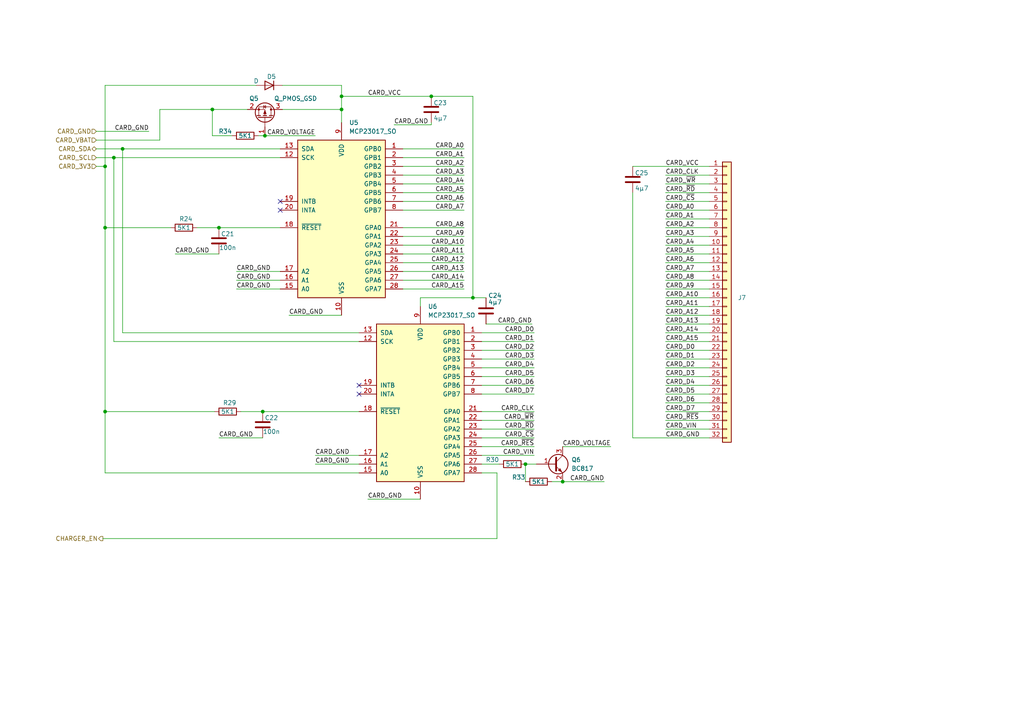
<source format=kicad_sch>
(kicad_sch (version 20231120) (generator "eeschema") (generator_version "8.0")
  (paper "A4")
  (lib_symbols
    (symbol "Connector_Generic:Conn_01x32" (pin_names (offset 1.016) hide)
      (property "Reference" "J" (at 0 40.64 0))
      (property "Value" "Conn_01x32" (at 0 -43.18 0))
      (symbol "Conn_01x32_1_1"
        (rectangle (start -1.27 -40.513) (end 0 -40.767) (stroke (width 0.1524)))
        (rectangle (start -1.27 -37.973) (end 0 -38.227) (stroke (width 0.1524)))
        (rectangle (start -1.27 -35.433) (end 0 -35.687) (stroke (width 0.1524)))
        (rectangle (start -1.27 -32.893) (end 0 -33.147) (stroke (width 0.1524)))
        (rectangle (start -1.27 -30.353) (end 0 -30.607) (stroke (width 0.1524)))
        (rectangle (start -1.27 -27.813) (end 0 -28.067) (stroke (width 0.1524)))
        (rectangle (start -1.27 -25.273) (end 0 -25.527) (stroke (width 0.1524)))
        (rectangle (start -1.27 -22.733) (end 0 -22.987) (stroke (width 0.1524)))
        (rectangle (start -1.27 -20.193) (end 0 -20.447) (stroke (width 0.1524)))
        (rectangle (start -1.27 -17.653) (end 0 -17.907) (stroke (width 0.1524)))
        (rectangle (start -1.27 -15.113) (end 0 -15.367) (stroke (width 0.1524)))
        (rectangle (start -1.27 -12.573) (end 0 -12.827) (stroke (width 0.1524)))
        (rectangle (start -1.27 -10.033) (end 0 -10.287) (stroke (width 0.1524)))
        (rectangle (start -1.27 -7.493) (end 0 -7.747) (stroke (width 0.1524)))
        (rectangle (start -1.27 -4.953) (end 0 -5.207) (stroke (width 0.1524)))
        (rectangle (start -1.27 -2.413) (end 0 -2.667) (stroke (width 0.1524)))
        (rectangle (start -1.27 0.127) (end 0 -0.127) (stroke (width 0.1524)))
        (rectangle (start -1.27 2.667) (end 0 2.413) (stroke (width 0.1524)))
        (rectangle (start -1.27 5.207) (end 0 4.953) (stroke (width 0.1524)))
        (rectangle (start -1.27 7.747) (end 0 7.493) (stroke (width 0.1524)))
        (rectangle (start -1.27 10.287) (end 0 10.033) (stroke (width 0.1524)))
        (rectangle (start -1.27 12.827) (end 0 12.573) (stroke (width 0.1524)))
        (rectangle (start -1.27 15.367) (end 0 15.113) (stroke (width 0.1524)))
        (rectangle (start -1.27 17.907) (end 0 17.653) (stroke (width 0.1524)))
        (rectangle (start -1.27 20.447) (end 0 20.193) (stroke (width 0.1524)))
        (rectangle (start -1.27 22.987) (end 0 22.733) (stroke (width 0.1524)))
        (rectangle (start -1.27 25.527) (end 0 25.273) (stroke (width 0.1524)))
        (rectangle (start -1.27 28.067) (end 0 27.813) (stroke (width 0.1524)))
        (rectangle (start -1.27 30.607) (end 0 30.353) (stroke (width 0.1524)))
        (rectangle (start -1.27 33.147) (end 0 32.893) (stroke (width 0.1524)))
        (rectangle (start -1.27 35.687) (end 0 35.433) (stroke (width 0.1524)))
        (rectangle (start -1.27 38.227) (end 0 37.973) (stroke (width 0.1524)))
        (rectangle (start -1.27 39.37) (end 1.27 -41.91) (stroke (width 0.254)) (fill (type background)))
        (pin passive line (at -5.08 38.1 0) (length 3.81) (name "Pin_1") (number "1"))
        (pin passive line (at -5.08 15.24 0) (length 3.81) (name "Pin_10") (number "10"))
        (pin passive line (at -5.08 12.7 0) (length 3.81) (name "Pin_11") (number "11"))
        (pin passive line (at -5.08 10.16 0) (length 3.81) (name "Pin_12") (number "12"))
        (pin passive line (at -5.08 7.62 0) (length 3.81) (name "Pin_13") (number "13"))
        (pin passive line (at -5.08 5.08 0) (length 3.81) (name "Pin_14") (number "14"))
        (pin passive line (at -5.08 2.54 0) (length 3.81) (name "Pin_15") (number "15"))
        (pin passive line (at -5.08 0 0) (length 3.81) (name "Pin_16") (number "16"))
        (pin passive line (at -5.08 -2.54 0) (length 3.81) (name "Pin_17") (number "17"))
        (pin passive line (at -5.08 -5.08 0) (length 3.81) (name "Pin_18") (number "18"))
        (pin passive line (at -5.08 -7.62 0) (length 3.81) (name "Pin_19") (number "19"))
        (pin passive line (at -5.08 35.56 0) (length 3.81) (name "Pin_2") (number "2"))
        (pin passive line (at -5.08 -10.16 0) (length 3.81) (name "Pin_20") (number "20"))
        (pin passive line (at -5.08 -12.7 0) (length 3.81) (name "Pin_21") (number "21"))
        (pin passive line (at -5.08 -15.24 0) (length 3.81) (name "Pin_22") (number "22"))
        (pin passive line (at -5.08 -17.78 0) (length 3.81) (name "Pin_23") (number "23"))
        (pin passive line (at -5.08 -20.32 0) (length 3.81) (name "Pin_24") (number "24"))
        (pin passive line (at -5.08 -22.86 0) (length 3.81) (name "Pin_25") (number "25"))
        (pin passive line (at -5.08 -25.4 0) (length 3.81) (name "Pin_26") (number "26"))
        (pin passive line (at -5.08 -27.94 0) (length 3.81) (name "Pin_27") (number "27"))
        (pin passive line (at -5.08 -30.48 0) (length 3.81) (name "Pin_28") (number "28"))
        (pin passive line (at -5.08 -33.02 0) (length 3.81) (name "Pin_29") (number "29"))
        (pin passive line (at -5.08 33.02 0) (length 3.81) (name "Pin_3") (number "3"))
        (pin passive line (at -5.08 -35.56 0) (length 3.81) (name "Pin_30") (number "30"))
        (pin passive line (at -5.08 -38.1 0) (length 3.81) (name "Pin_31") (number "31"))
        (pin passive line (at -5.08 -40.64 0) (length 3.81) (name "Pin_32") (number "32"))
        (pin passive line (at -5.08 30.48 0) (length 3.81) (name "Pin_4") (number "4"))
        (pin passive line (at -5.08 27.94 0) (length 3.81) (name "Pin_5") (number "5"))
        (pin passive line (at -5.08 25.4 0) (length 3.81) (name "Pin_6") (number "6"))
        (pin passive line (at -5.08 22.86 0) (length 3.81) (name "Pin_7") (number "7"))
        (pin passive line (at -5.08 20.32 0) (length 3.81) (name "Pin_8") (number "8"))
        (pin passive line (at -5.08 17.78 0) (length 3.81) (name "Pin_9") (number "9"))
      )
    )
    (symbol "Device:C" (pin_numbers hide) (pin_names (offset 0.254))
      (property "Reference" "C" (at 0.635 2.54 0))
      (property "Value" "C" (at 0.635 -2.54 0))
      (symbol "C_0_1"
        (polyline (pts (xy -2.032 -0.762) (xy 2.032 -0.762)) (stroke (width 0.508)))
        (polyline (pts (xy -2.032 0.762) (xy 2.032 0.762)) (stroke (width 0.508)))
      )
      (symbol "C_1_1"
        (pin passive line (at 0 3.81 270) (length 2.794) (name "~") (number "1"))
        (pin passive line (at 0 -3.81 90) (length 2.794) (name "~") (number "2"))
      )
    )
    (symbol "Device:D" (pin_numbers hide) (pin_names (offset 1.016) hide)
      (property "Reference" "D" (at 0 2.54 0))
      (property "Value" "D" (at 0 -2.54 0))
      (symbol "D_0_1"
        (polyline (pts (xy -1.27 1.27) (xy -1.27 -1.27)) (stroke (width 0.254)))
        (polyline (pts (xy 1.27 0) (xy -1.27 0)))
        (polyline (pts (xy 1.27 1.27) (xy 1.27 -1.27) (xy -1.27 0) (xy 1.27 1.27)) (stroke (width 0.254)))
      )
      (symbol "D_1_1"
        (pin passive line (at -3.81 0 0) (length 2.54) (name "K") (number "1"))
        (pin passive line (at 3.81 0 180) (length 2.54) (name "A") (number "2"))
      )
    )
    (symbol "Device:Q_PMOS_GSD" (pin_names (offset 0) hide)
      (property "Reference" "Q" (at 5.08 1.27 0))
      (property "Value" "Q_PMOS_GSD" (at 5.08 -1.27 0))
      (symbol "Q_PMOS_GSD_0_1"
        (polyline (pts (xy 0.254 0) (xy -2.54 0)))
        (polyline (pts (xy 0.254 1.905) (xy 0.254 -1.905)) (stroke (width 0.254)))
        (polyline (pts (xy 0.762 -1.27) (xy 0.762 -2.286)) (stroke (width 0.254)))
        (polyline (pts (xy 0.762 0.508) (xy 0.762 -0.508)) (stroke (width 0.254)))
        (polyline (pts (xy 0.762 2.286) (xy 0.762 1.27)) (stroke (width 0.254)))
        (polyline (pts (xy 2.54 2.54) (xy 2.54 1.778)))
        (polyline (pts (xy 2.54 -2.54) (xy 2.54 0) (xy 0.762 0)))
        (polyline (pts (xy 0.762 1.778) (xy 3.302 1.778) (xy 3.302 -1.778) (xy 0.762 -1.778)))
        (polyline (pts (xy 2.286 0) (xy 1.27 0.381) (xy 1.27 -0.381) (xy 2.286 0)) (fill (type outline)))
        (polyline (pts (xy 2.794 -0.508) (xy 2.921 -0.381) (xy 3.683 -0.381) (xy 3.81 -0.254)))
        (polyline (pts (xy 3.302 -0.381) (xy 2.921 0.254) (xy 3.683 0.254) (xy 3.302 -0.381)))
        (circle (center 1.651 0) (radius 2.794) (stroke (width 0.254)))
        (circle (center 2.54 -1.778) (radius 0.254) (fill (type outline)))
        (circle (center 2.54 1.778) (radius 0.254) (fill (type outline)))
      )
      (symbol "Q_PMOS_GSD_1_1"
        (pin input line (at -5.08 0 0) (length 2.54) (name "G") (number "1"))
        (pin passive line (at 2.54 -5.08 90) (length 2.54) (name "S") (number "2"))
        (pin passive line (at 2.54 5.08 270) (length 2.54) (name "D") (number "3"))
      )
    )
    (symbol "Device:R" (pin_numbers hide) (pin_names (offset 0))
      (property "Reference" "R" (at 2.032 0 90))
      (property "Value" "R" (at 0 0 90))
      (symbol "R_0_1"
        (rectangle (start -1.016 -2.54) (end 1.016 2.54) (stroke (width 0.254)))
      )
      (symbol "R_1_1"
        (pin passive line (at 0 3.81 270) (length 1.27) (name "~") (number "1"))
        (pin passive line (at 0 -3.81 90) (length 1.27) (name "~") (number "2"))
      )
    )
    (symbol "Interface_Expansion:MCP23017_SO" (pin_names (offset 1.016))
      (property "Reference" "U" (at -11.43 24.13 0))
      (property "Value" "MCP23017_SO" (at 0 0 0))
      (symbol "MCP23017_SO_0_1"
        (rectangle (start -12.7 22.86) (end 12.7 -22.86) (stroke (width 0.254)) (fill (type background)))
      )
      (symbol "MCP23017_SO_1_1"
        (pin bidirectional line (at 17.78 20.32 180) (length 5.08) (name "GPB0") (number "1"))
        (pin power_in line (at 0 -27.94 90) (length 5.08) (name "VSS") (number "10"))
        (pin no_connect line (at -12.7 15.24 0) (length 5.08) hide (name "NC") (number "11"))
        (pin input line (at -17.78 17.78 0) (length 5.08) (name "SCK") (number "12"))
        (pin bidirectional line (at -17.78 20.32 0) (length 5.08) (name "SDA") (number "13"))
        (pin no_connect line (at -12.7 12.7 0) (length 5.08) hide (name "NC") (number "14"))
        (pin input line (at -17.78 -20.32 0) (length 5.08) (name "A0") (number "15"))
        (pin input line (at -17.78 -17.78 0) (length 5.08) (name "A1") (number "16"))
        (pin input line (at -17.78 -15.24 0) (length 5.08) (name "A2") (number "17"))
        (pin input line (at -17.78 -2.54 0) (length 5.08) (name "~{RESET}") (number "18"))
        (pin tri_state line (at -17.78 5.08 0) (length 5.08) (name "INTB") (number "19"))
        (pin bidirectional line (at 17.78 17.78 180) (length 5.08) (name "GPB1") (number "2"))
        (pin tri_state line (at -17.78 2.54 0) (length 5.08) (name "INTA") (number "20"))
        (pin bidirectional line (at 17.78 -2.54 180) (length 5.08) (name "GPA0") (number "21"))
        (pin bidirectional line (at 17.78 -5.08 180) (length 5.08) (name "GPA1") (number "22"))
        (pin bidirectional line (at 17.78 -7.62 180) (length 5.08) (name "GPA2") (number "23"))
        (pin bidirectional line (at 17.78 -10.16 180) (length 5.08) (name "GPA3") (number "24"))
        (pin bidirectional line (at 17.78 -12.7 180) (length 5.08) (name "GPA4") (number "25"))
        (pin bidirectional line (at 17.78 -15.24 180) (length 5.08) (name "GPA5") (number "26"))
        (pin bidirectional line (at 17.78 -17.78 180) (length 5.08) (name "GPA6") (number "27"))
        (pin bidirectional line (at 17.78 -20.32 180) (length 5.08) (name "GPA7") (number "28"))
        (pin bidirectional line (at 17.78 15.24 180) (length 5.08) (name "GPB2") (number "3"))
        (pin bidirectional line (at 17.78 12.7 180) (length 5.08) (name "GPB3") (number "4"))
        (pin bidirectional line (at 17.78 10.16 180) (length 5.08) (name "GPB4") (number "5"))
        (pin bidirectional line (at 17.78 7.62 180) (length 5.08) (name "GPB5") (number "6"))
        (pin bidirectional line (at 17.78 5.08 180) (length 5.08) (name "GPB6") (number "7"))
        (pin bidirectional line (at 17.78 2.54 180) (length 5.08) (name "GPB7") (number "8"))
        (pin power_in line (at 0 27.94 270) (length 5.08) (name "VDD") (number "9"))
      )
    )
    (symbol "Transistor_BJT:BC817" (pin_names (offset 0) hide)
      (property "Reference" "Q" (at 5.08 1.905 0))
      (property "Value" "BC817" (at 5.08 0 0))
      (symbol "BC817_0_1"
        (polyline (pts (xy 0.635 0.635) (xy 2.54 2.54)))
        (polyline (pts (xy 0.635 -0.635) (xy 2.54 -2.54) (xy 2.54 -2.54)))
        (polyline (pts (xy 0.635 1.905) (xy 0.635 -1.905) (xy 0.635 -1.905)) (stroke (width 0.508)))
        (polyline (pts (xy 1.27 -1.778) (xy 1.778 -1.27) (xy 2.286 -2.286) (xy 1.27 -1.778) (xy 1.27 -1.778)) (fill (type outline)))
        (circle (center 1.27 0) (radius 2.8194) (stroke (width 0.254)))
      )
      (symbol "BC817_1_1"
        (pin input line (at -5.08 0 0) (length 5.715) (name "B") (number "1"))
        (pin passive line (at 2.54 -5.08 90) (length 2.54) (name "E") (number "2"))
        (pin passive line (at 2.54 5.08 270) (length 2.54) (name "C") (number "3"))
      )
    )
  )
  (junction (at 152.4 134.62))
  (junction (at 137.16 86.36))
  (junction (at 99.06 31.75))
  (junction (at 125.095 27.94))
  (junction (at 30.48 119.38))
  (junction (at 61.595 31.75))
  (junction (at 63.5 66.04))
  (junction (at 35.56 43.18))
  (junction (at 163.195 139.7))
  (junction (at 76.835 39.37))
  (junction (at 30.48 48.26))
  (junction (at 76.2 119.38))
  (junction (at 99.06 27.94))
  (junction (at 33.02 45.72))
  (junction (at 30.48 66.04))
  (no_connect (at 81.28 60.96))
  (no_connect (at 81.28 58.42))
  (no_connect (at 104.14 111.76))
  (no_connect (at 104.14 114.3))
  (wire (pts (xy 139.7 132.08) (xy 154.94 132.08)))
  (wire (pts (xy 139.7 96.52) (xy 154.94 96.52)))
  (wire (pts (xy 160.02 139.7) (xy 163.195 139.7)))
  (wire (pts (xy 29.845 156.21) (xy 144.145 156.21)))
  (wire (pts (xy 193.04 111.76) (xy 205.74 111.76)))
  (wire (pts (xy 116.84 68.58) (xy 134.62 68.58)))
  (wire (pts (xy 116.84 81.28) (xy 134.62 81.28)))
  (wire (pts (xy 193.04 63.5) (xy 205.74 63.5)))
  (wire (pts (xy 193.04 53.34) (xy 205.74 53.34)))
  (wire (pts (xy 30.48 119.38) (xy 30.48 137.16)))
  (wire (pts (xy 139.7 109.22) (xy 154.94 109.22)))
  (wire (pts (xy 139.7 101.6) (xy 154.94 101.6)))
  (wire (pts (xy 193.04 114.3) (xy 205.74 114.3)))
  (wire (pts (xy 46.355 31.75) (xy 61.595 31.75)))
  (wire (pts (xy 193.04 73.66) (xy 205.74 73.66)))
  (wire (pts (xy 30.48 48.26) (xy 30.48 66.04)))
  (wire (pts (xy 121.92 86.36) (xy 137.16 86.36)))
  (wire (pts (xy 35.56 43.18) (xy 81.28 43.18)))
  (wire (pts (xy 152.4 134.62) (xy 152.4 139.7)))
  (wire (pts (xy 83.82 91.44) (xy 99.06 91.44)))
  (wire (pts (xy 144.145 137.16) (xy 144.145 156.21)))
  (wire (pts (xy 76.2 119.38) (xy 104.14 119.38)))
  (wire (pts (xy 163.195 129.54) (xy 177.165 129.54)))
  (wire (pts (xy 116.84 43.18) (xy 134.62 43.18)))
  (wire (pts (xy 139.7 121.92) (xy 154.94 121.92)))
  (wire (pts (xy 27.94 43.18) (xy 35.56 43.18)))
  (wire (pts (xy 193.04 71.12) (xy 205.74 71.12)))
  (wire (pts (xy 33.02 99.06) (xy 33.02 45.72)))
  (wire (pts (xy 30.48 48.26) (xy 30.48 24.765)))
  (wire (pts (xy 30.48 119.38) (xy 62.23 119.38)))
  (wire (pts (xy 193.04 119.38) (xy 205.74 119.38)))
  (wire (pts (xy 193.04 106.68) (xy 205.74 106.68)))
  (wire (pts (xy 76.835 39.37) (xy 91.44 39.37)))
  (wire (pts (xy 139.7 127) (xy 154.94 127)))
  (wire (pts (xy 193.04 99.06) (xy 205.74 99.06)))
  (wire (pts (xy 183.515 48.26) (xy 205.74 48.26)))
  (wire (pts (xy 74.93 39.37) (xy 76.835 39.37)))
  (wire (pts (xy 69.85 119.38) (xy 76.2 119.38)))
  (wire (pts (xy 193.04 83.82) (xy 205.74 83.82)))
  (wire (pts (xy 193.04 124.46) (xy 205.74 124.46)))
  (wire (pts (xy 35.56 96.52) (xy 35.56 43.18)))
  (wire (pts (xy 193.04 91.44) (xy 205.74 91.44)))
  (wire (pts (xy 183.515 127) (xy 205.74 127)))
  (wire (pts (xy 116.84 53.34) (xy 134.62 53.34)))
  (wire (pts (xy 139.7 111.76) (xy 154.94 111.76)))
  (wire (pts (xy 137.16 86.36) (xy 140.97 86.36)))
  (wire (pts (xy 61.595 39.37) (xy 61.595 31.75)))
  (wire (pts (xy 193.04 58.42) (xy 205.74 58.42)))
  (wire (pts (xy 152.4 134.62) (xy 155.575 134.62)))
  (wire (pts (xy 193.04 86.36) (xy 205.74 86.36)))
  (wire (pts (xy 27.94 40.64) (xy 46.355 40.64)))
  (wire (pts (xy 81.915 31.75) (xy 99.06 31.75)))
  (wire (pts (xy 139.7 99.06) (xy 154.94 99.06)))
  (wire (pts (xy 116.84 58.42) (xy 134.62 58.42)))
  (wire (pts (xy 193.04 104.14) (xy 205.74 104.14)))
  (wire (pts (xy 140.97 93.98) (xy 154.305 93.98)))
  (wire (pts (xy 91.44 132.08) (xy 104.14 132.08)))
  (wire (pts (xy 104.14 96.52) (xy 35.56 96.52)))
  (wire (pts (xy 116.84 71.12) (xy 134.62 71.12)))
  (wire (pts (xy 139.7 137.16) (xy 144.145 137.16)))
  (wire (pts (xy 139.7 119.38) (xy 154.94 119.38)))
  (wire (pts (xy 63.5 66.04) (xy 81.28 66.04)))
  (wire (pts (xy 193.04 88.9) (xy 205.74 88.9)))
  (wire (pts (xy 183.515 55.88) (xy 183.515 127)))
  (wire (pts (xy 137.16 86.36) (xy 137.16 27.94)))
  (wire (pts (xy 193.04 81.28) (xy 205.74 81.28)))
  (wire (pts (xy 139.7 106.68) (xy 154.94 106.68)))
  (wire (pts (xy 99.06 31.75) (xy 99.06 35.56)))
  (wire (pts (xy 116.84 50.8) (xy 134.62 50.8)))
  (wire (pts (xy 193.04 116.84) (xy 205.74 116.84)))
  (wire (pts (xy 139.7 114.3) (xy 154.94 114.3)))
  (wire (pts (xy 116.84 45.72) (xy 134.62 45.72)))
  (wire (pts (xy 193.04 68.58) (xy 205.74 68.58)))
  (wire (pts (xy 30.48 24.765) (xy 74.295 24.765)))
  (wire (pts (xy 27.94 38.1) (xy 43.18 38.1)))
  (wire (pts (xy 27.94 48.26) (xy 30.48 48.26)))
  (wire (pts (xy 193.04 96.52) (xy 205.74 96.52)))
  (wire (pts (xy 116.84 60.96) (xy 134.62 60.96)))
  (wire (pts (xy 139.7 129.54) (xy 154.94 129.54)))
  (wire (pts (xy 46.355 40.64) (xy 46.355 31.75)))
  (wire (pts (xy 68.58 81.28) (xy 81.28 81.28)))
  (wire (pts (xy 125.095 27.94) (xy 99.06 27.94)))
  (wire (pts (xy 30.48 137.16) (xy 104.14 137.16)))
  (wire (pts (xy 33.02 45.72) (xy 81.28 45.72)))
  (wire (pts (xy 30.48 66.04) (xy 30.48 119.38)))
  (wire (pts (xy 61.595 31.75) (xy 71.755 31.75)))
  (wire (pts (xy 106.68 144.78) (xy 121.92 144.78)))
  (wire (pts (xy 116.84 78.74) (xy 134.62 78.74)))
  (wire (pts (xy 139.7 104.14) (xy 154.94 104.14)))
  (wire (pts (xy 193.04 55.88) (xy 205.74 55.88)))
  (wire (pts (xy 193.04 78.74) (xy 205.74 78.74)))
  (wire (pts (xy 91.44 134.62) (xy 104.14 134.62)))
  (wire (pts (xy 125.095 35.56) (xy 125.095 36.195)))
  (wire (pts (xy 137.16 27.94) (xy 125.095 27.94)))
  (wire (pts (xy 30.48 66.04) (xy 49.53 66.04)))
  (wire (pts (xy 193.04 101.6) (xy 205.74 101.6)))
  (wire (pts (xy 193.04 60.96) (xy 205.74 60.96)))
  (wire (pts (xy 116.84 66.04) (xy 134.62 66.04)))
  (wire (pts (xy 67.31 39.37) (xy 61.595 39.37)))
  (wire (pts (xy 121.92 88.9) (xy 121.92 86.36)))
  (wire (pts (xy 116.84 73.66) (xy 134.62 73.66)))
  (wire (pts (xy 114.3 36.195) (xy 125.095 36.195)))
  (wire (pts (xy 139.7 134.62) (xy 144.78 134.62)))
  (wire (pts (xy 163.195 139.7) (xy 175.26 139.7)))
  (wire (pts (xy 193.04 93.98) (xy 205.74 93.98)))
  (wire (pts (xy 139.7 124.46) (xy 154.94 124.46)))
  (wire (pts (xy 193.04 121.92) (xy 205.74 121.92)))
  (wire (pts (xy 116.84 76.2) (xy 134.62 76.2)))
  (wire (pts (xy 99.06 24.765) (xy 99.06 27.94)))
  (wire (pts (xy 50.8 73.66) (xy 63.5 73.66)))
  (wire (pts (xy 99.06 27.94) (xy 99.06 31.75)))
  (wire (pts (xy 193.04 66.04) (xy 205.74 66.04)))
  (wire (pts (xy 68.58 83.82) (xy 81.28 83.82)))
  (wire (pts (xy 193.04 109.22) (xy 205.74 109.22)))
  (wire (pts (xy 81.915 24.765) (xy 99.06 24.765)))
  (wire (pts (xy 193.04 76.2) (xy 205.74 76.2)))
  (wire (pts (xy 57.15 66.04) (xy 63.5 66.04)))
  (wire (pts (xy 27.94 45.72) (xy 33.02 45.72)))
  (wire (pts (xy 68.58 78.74) (xy 81.28 78.74)))
  (wire (pts (xy 116.84 83.82) (xy 134.62 83.82)))
  (wire (pts (xy 116.84 48.26) (xy 134.62 48.26)))
  (wire (pts (xy 193.04 50.8) (xy 205.74 50.8)))
  (wire (pts (xy 104.14 99.06) (xy 33.02 99.06)))
  (wire (pts (xy 116.84 55.88) (xy 134.62 55.88)))
  (wire (pts (xy 63.5 127) (xy 76.2 127)))
  (label "CARD_A4" (at 193.04 71.12 0))
  (label "CARD_D1" (at 154.94 99.06 180))
  (label "CARD_GND" (at 68.58 81.28 0))
  (label "CARD_GND" (at 175.26 139.7 180))
  (label "CARD_~{WR}" (at 193.04 53.34 0))
  (label "CARD_A7" (at 193.04 78.74 0))
  (label "CARD_~{RES}" (at 154.94 129.54 180))
  (label "CARD_D4" (at 154.94 106.68 180))
  (label "CARD_D0" (at 154.94 96.52 180))
  (label "CARD_CLK" (at 193.04 50.8 0))
  (label "CARD_A9" (at 193.04 83.82 0))
  (label "CARD_D5" (at 193.04 114.3 0))
  (label "CARD_A15" (at 193.04 99.06 0))
  (label "CARD_GND" (at 114.3 36.195 0))
  (label "CARD_D2" (at 154.94 101.6 180))
  (label "CARD_D5" (at 154.94 109.22 180))
  (label "CARD_A3" (at 193.04 68.58 0))
  (label "CARD_D7" (at 193.04 119.38 0))
  (label "CARD_VCC" (at 193.04 48.26 0))
  (label "CARD_VCC" (at 106.68 27.94 0))
  (label "CARD_A10" (at 193.04 86.36 0))
  (label "CARD_A5" (at 134.62 55.88 180))
  (label "CARD_A1" (at 193.04 63.5 0))
  (label "CARD_GND" (at 193.04 127 0))
  (label "CARD_D0" (at 193.04 101.6 0))
  (label "CARD_~{WR}" (at 154.94 121.92 180))
  (label "CARD_D3" (at 154.94 104.14 180))
  (label "CARD_GND" (at 68.58 83.82 0))
  (label "CARD_A14" (at 134.62 81.28 180))
  (label "CARD_~{CS}" (at 154.94 127 180))
  (label "CARD_A14" (at 193.04 96.52 0))
  (label "CARD_A12" (at 193.04 91.44 0))
  (label "CARD_GND" (at 106.68 144.78 0))
  (label "CARD_A7" (at 134.62 60.96 180))
  (label "CARD_~{CS}" (at 193.04 58.42 0))
  (label "CARD_GND" (at 91.44 134.62 0))
  (label "CARD_D3" (at 193.04 109.22 0))
  (label "CARD_A11" (at 134.62 73.66 180))
  (label "CARD_VOLTAGE" (at 91.44 39.37 180))
  (label "CARD_A5" (at 193.04 73.66 0))
  (label "CARD_GND" (at 50.8 73.66 0))
  (label "CARD_VIN" (at 154.94 132.08 180))
  (label "CARD_VIN" (at 193.04 124.46 0))
  (label "CARD_D6" (at 154.94 111.76 180))
  (label "CARD_A10" (at 134.62 71.12 180))
  (label "CARD_A2" (at 134.62 48.26 180))
  (label "CARD_A6" (at 193.04 76.2 0))
  (label "CARD_A11" (at 193.04 88.9 0))
  (label "CARD_GND" (at 63.5 127 0))
  (label "CARD_A0" (at 193.04 60.96 0))
  (label "CARD_GND" (at 83.82 91.44 0))
  (label "CARD_D2" (at 193.04 106.68 0))
  (label "CARD_A0" (at 134.62 43.18 180))
  (label "CARD_D6" (at 193.04 116.84 0))
  (label "CARD_CLK" (at 154.94 119.38 180))
  (label "CARD_A1" (at 134.62 45.72 180))
  (label "CARD_D7" (at 154.94 114.3 180))
  (label "CARD_GND" (at 68.58 78.74 0))
  (label "CARD_VOLTAGE" (at 177.165 129.54 180))
  (label "CARD_~{RD}" (at 193.04 55.88 0))
  (label "CARD_GND" (at 91.44 132.08 0))
  (label "CARD_A6" (at 134.62 58.42 180))
  (label "CARD_A4" (at 134.62 53.34 180))
  (label "CARD_A9" (at 134.62 68.58 180))
  (label "CARD_A2" (at 193.04 66.04 0))
  (label "CARD_~{RES}" (at 193.04 121.92 0))
  (label "CARD_D1" (at 193.04 104.14 0))
  (label "CARD_A3" (at 134.62 50.8 180))
  (label "CARD_A8" (at 193.04 81.28 0))
  (label "CARD_A13" (at 193.04 93.98 0))
  (label "CARD_~{RD}" (at 154.94 124.46 180))
  (label "CARD_A13" (at 134.62 78.74 180))
  (label "CARD_GND" (at 154.305 93.98 180))
  (label "CARD_GND" (at 43.18 38.1 180))
  (label "CARD_D4" (at 193.04 111.76 0))
  (label "CARD_A8" (at 134.62 66.04 180))
  (label "CARD_A12" (at 134.62 76.2 180))
  (label "CARD_A15" (at 134.62 83.82 180))
  (hierarchical_label "CHARGER_EN" (shape output) (at 29.845 156.21 180))
  (hierarchical_label "CARD_SDA" (shape bidirectional) (at 27.94 43.18 180))
  (hierarchical_label "CARD_GND" (shape input) (at 27.94 38.1 180))
  (hierarchical_label "CARD_SCL" (shape input) (at 27.94 45.72 180))
  (hierarchical_label "CARD_3V3" (shape input) (at 27.94 48.26 180))
  (hierarchical_label "CARD_VBAT" (shape input) (at 27.94 40.64 180))
  (symbol (lib_id "Device:D") (at 78.105 24.765 180) (unit 1)
    (property "Reference" "D5" (at 78.74 22.225 0))
    (property "Value" "D" (at 74.295 23.495 0))
    (property "Footprint" "Diode_SMD:Nexperia_CFP3_SOD-123W" (effects (hide yes)))
    (property "Description" "Diode" (effects (hide yes)))
    (property "Sim.Device" "D" (effects (hide yes)))
    (property "Sim.Pins" "1=K 2=A" (effects (hide yes)))
    (property "LCSC" "C5120763" (effects (hide yes)))
    (property "SOURCED" "jop" (effects (hide yes)))
  )
  (symbol (lib_id "Device:R") (at 148.59 134.62 90) (unit 1)
    (property "Reference" "R30" (at 144.78 133.35 90) (effects (justify left)))
    (property "Value" "5K1" (at 148.59 134.62 90))
    (property "Footprint" "Resistor_SMD:R_0603_1608Metric" (effects (hide yes)))
    (property "LCSC" "C26000" (effects (hide yes)))
    (property "SOURCED" "jop" (effects (hide yes)))
  )
  (symbol (lib_id "Device:R") (at 66.04 119.38 90) (unit 1)
    (property "Reference" "R29" (at 68.58 116.84 90) (effects (justify left)))
    (property "Value" "5K1" (at 66.04 119.38 90))
    (property "Footprint" "Resistor_SMD:R_0603_1608Metric" (effects (hide yes)))
    (property "LCSC" "C26000" (effects (hide yes)))
    (property "SOURCED" "jop" (effects (hide yes)))
  )
  (symbol (lib_id "Interface_Expansion:MCP23017_SO") (at 121.92 116.84 0) (unit 1)
    (property "Reference" "U6" (at 124.1141 88.9 0) (effects (justify left)))
    (property "Value" "MCP23017_SO" (at 124.1141 91.44 0) (effects (justify left)))
    (property "Footprint" "Package_SO:SOIC-28W_7.5x17.9mm_P1.27mm" (effects (hide yes)))
    (property "Datasheet" "http://ww1.microchip.com/downloads/en/DeviceDoc/20001952C.pdf" (effects (hide yes)))
    (property "Description" "16-bit I/O expander, I2C, interrupts, w pull-ups, SOIC-28" (effects (hide yes)))
    (property "LCSC" "C47023" (effects (hide yes)))
    (property "SOURCED" "jop" (effects (hide yes)))
  )
  (symbol (lib_id "Connector_Generic:Conn_01x32") (at 210.82 86.36 0) (unit 1)
    (property "Reference" "J7" (at 213.995 86.3599 0) (effects (justify left)))
    (property "Value" "Conn_01x32" (effects (hide yes)))
    (property "Footprint" "TheBrutzlers_Lib:DMG_01_CARDRIDGE_CONNECTOR" (effects (hide yes)))
    (property "Description" "Generic connector, single row, 01x32, script generated (kicad-library-utils/schlib/autogen/connector/)" (effects (hide yes)))
    (property "SOURCED" "jop" (effects (hide yes)))
  )
  (symbol (lib_id "Device:C") (at 125.095 31.75 0) (unit 1)
    (property "Reference" "C23" (at 125.73 29.845 0) (effects (justify left)))
    (property "Value" "4µ7" (at 125.73 34.29 0) (effects (justify left)))
    (property "Footprint" "Capacitor_SMD:C_1206_3216Metric" (effects (hide yes)))
    (property "Description" "25V" (effects (hide yes)))
    (property "LCSC" "C282809" (effects (hide yes)))
    (property "SOURCED" "jop" (effects (hide yes)))
  )
  (symbol (lib_id "Device:C") (at 183.515 52.07 0) (unit 1)
    (property "Reference" "C25" (at 184.15 50.165 0) (effects (justify left)))
    (property "Value" "4µ7" (at 184.15 54.61 0) (effects (justify left)))
    (property "Footprint" "Capacitor_SMD:C_1206_3216Metric" (effects (hide yes)))
    (property "Description" "25V" (effects (hide yes)))
    (property "LCSC" "C282809" (effects (hide yes)))
    (property "SOURCED" "jop" (effects (hide yes)))
  )
  (symbol (lib_id "Device:Q_PMOS_GSD") (at 76.835 34.29 270) (mirror x) (unit 1)
    (property "Reference" "Q5" (at 73.66 28.575 90))
    (property "Value" "Q_PMOS_GSD" (at 85.725 28.575 90))
    (property "Footprint" "Package_TO_SOT_SMD:SOT-323_SC-70" (effects (hide yes)))
    (property "Description" "P-MOSFET transistor, gate/source/drain" (effects (hide yes)))
    (property "LCSC" "C19078062" (effects (hide yes)))
    (property "SOURCED" "jop" (effects (hide yes)))
  )
  (symbol (lib_id "Interface_Expansion:MCP23017_SO") (at 99.06 63.5 0) (unit 1)
    (property "Reference" "U5" (at 101.2541 35.56 0) (effects (justify left)))
    (property "Value" "MCP23017_SO" (at 101.2541 38.1 0) (effects (justify left)))
    (property "Footprint" "Package_SO:SOIC-28W_7.5x17.9mm_P1.27mm" (effects (hide yes)))
    (property "Datasheet" "http://ww1.microchip.com/downloads/en/DeviceDoc/20001952C.pdf" (effects (hide yes)))
    (property "Description" "16-bit I/O expander, I2C, interrupts, w pull-ups, SOIC-28" (effects (hide yes)))
    (property "LCSC" "C47023" (effects (hide yes)))
    (property "SOURCED" "jop" (effects (hide yes)))
  )
  (symbol (lib_id "Device:C") (at 63.5 69.85 180) (unit 1)
    (property "Reference" "C21" (at 66.04 68.58 0) (effects (justify top)))
    (property "Value" "100n" (at 66.04 71.12 0) (effects (justify bottom)))
    (property "Footprint" "Capacitor_SMD:C_0603_1608Metric" (effects (hide yes)))
    (property "Description" "50V" (effects (hide yes)))
    (property "SOURCED" "jop" (effects (hide yes)))
  )
  (symbol (lib_id "Device:R") (at 53.34 66.04 90) (unit 1)
    (property "Reference" "R24" (at 55.88 63.5 90) (effects (justify left)))
    (property "Value" "5K1" (at 53.34 66.04 90))
    (property "Footprint" "Resistor_SMD:R_0603_1608Metric" (effects (hide yes)))
    (property "LCSC" "C26000" (effects (hide yes)))
    (property "SOURCED" "jop" (effects (hide yes)))
  )
  (symbol (lib_id "Transistor_BJT:BC817") (at 160.655 134.62 0) (unit 1)
    (property "Reference" "Q6" (at 165.735 133.3499 0) (effects (justify left)))
    (property "Value" "BC817" (at 165.735 135.8899 0) (effects (justify left)))
    (property "Footprint" "Package_TO_SOT_SMD:SOT-323_SC-70" (effects (hide yes)))
    (property "Datasheet" "https://www.onsemi.com/pub/Collateral/BC818-D.pdf" (effects (hide yes)))
    (property "Description" "0.8A Ic, 45V Vce, NPN Transistor, SOT-23" (effects (hide yes)))
    (property "LCSC" "C383187" (effects (hide yes)))
    (property "SOURCED" "jop" (effects (hide yes)))
  )
  (symbol (lib_id "Device:R") (at 156.21 139.7 90) (unit 1)
    (property "Reference" "R33" (at 152.4 138.43 90) (effects (justify left)))
    (property "Value" "5K1" (at 156.21 139.7 90))
    (property "Footprint" "Resistor_SMD:R_0603_1608Metric" (effects (hide yes)))
    (property "LCSC" "C26000" (effects (hide yes)))
    (property "SOURCED" "jop" (effects (hide yes)))
  )
  (symbol (lib_id "Device:R") (at 71.12 39.37 90) (unit 1)
    (property "Reference" "R34" (at 67.31 38.1 90) (effects (justify left)))
    (property "Value" "5K1" (at 71.12 39.37 90))
    (property "Footprint" "Resistor_SMD:R_0603_1608Metric" (effects (hide yes)))
    (property "LCSC" "C26000" (effects (hide yes)))
    (property "SOURCED" "jop" (effects (hide yes)))
  )
  (symbol (lib_id "Device:C") (at 140.97 90.17 0) (unit 1)
    (property "Reference" "C24" (at 141.605 85.725 0) (effects (justify left)))
    (property "Value" "4µ7" (at 141.605 87.63 0) (effects (justify left)))
    (property "Footprint" "Capacitor_SMD:C_1206_3216Metric" (effects (hide yes)))
    (property "Description" "25V" (effects (hide yes)))
    (property "LCSC" "C282809" (effects (hide yes)))
    (property "SOURCED" "jop" (effects (hide yes)))
  )
  (symbol (lib_id "Device:C") (at 76.2 123.19 180) (unit 1)
    (property "Reference" "C22" (at 78.74 121.92 0) (effects (justify top)))
    (property "Value" "100n" (at 78.74 124.46 0) (effects (justify bottom)))
    (property "Footprint" "Capacitor_SMD:C_0603_1608Metric" (effects (hide yes)))
    (property "Description" "50V" (effects (hide yes)))
    (property "SOURCED" "jop" (effects (hide yes)))
  )
)
</source>
